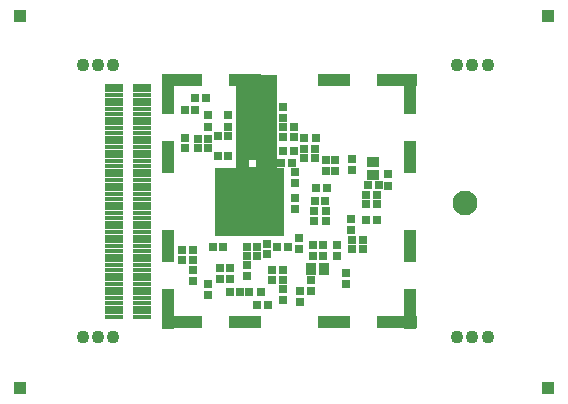
<source format=gbs>
G04 (created by PCBNEW (2013-07-07 BZR 4022)-stable) date 24/11/2015 00:30:32*
%MOIN*%
G04 Gerber Fmt 3.4, Leading zero omitted, Abs format*
%FSLAX34Y34*%
G01*
G70*
G90*
G04 APERTURE LIST*
%ADD10C,0.00590551*%
%ADD11C,0.0433071*%
%ADD12R,0.0273X0.0253*%
%ADD13R,0.0253X0.0273*%
%ADD14R,0.0392X0.0353*%
%ADD15R,0.0353X0.0392*%
%ADD16R,0.0273X0.0273*%
%ADD17R,0.043137X0.043137*%
%ADD18R,0.0433071X0.133858*%
%ADD19R,0.133858X0.0433071*%
%ADD20R,0.0433071X0.106299*%
%ADD21R,0.106299X0.0433071*%
%ADD22C,0.0826772*%
%ADD23R,0.0606299X0.0129921*%
%ADD24C,0.00393701*%
G04 APERTURE END LIST*
G54D10*
G54D11*
X62952Y-56574D03*
X63464Y-56574D03*
X62440Y-56574D03*
X63464Y-47519D03*
X62952Y-47519D03*
X62440Y-47519D03*
X74921Y-56574D03*
X75433Y-56574D03*
X75944Y-56574D03*
X75944Y-47519D03*
X75433Y-47519D03*
X74921Y-47519D03*
G54D12*
X69114Y-54972D03*
X69114Y-55342D03*
X70059Y-54657D03*
X70059Y-55027D03*
X66614Y-54815D03*
X66614Y-55185D03*
X67303Y-49555D03*
X67303Y-49185D03*
X69133Y-49279D03*
X69133Y-48909D03*
X66633Y-49555D03*
X66633Y-49185D03*
G54D13*
X69834Y-49940D03*
X70204Y-49940D03*
G54D12*
X67913Y-54165D03*
X67913Y-54535D03*
X72618Y-51153D03*
X72618Y-51523D03*
X69685Y-55401D03*
X69685Y-55031D03*
G54D13*
X70578Y-51594D03*
X70208Y-51594D03*
X68373Y-55078D03*
X68003Y-55078D03*
X66562Y-48602D03*
X66192Y-48602D03*
X71881Y-52677D03*
X72251Y-52677D03*
G54D12*
X71417Y-51011D03*
X71417Y-50641D03*
G54D13*
X69496Y-50354D03*
X69126Y-50354D03*
X71881Y-52145D03*
X72251Y-52145D03*
G54D12*
X71220Y-54440D03*
X71220Y-54810D03*
G54D13*
X70169Y-52381D03*
X70539Y-52381D03*
X71409Y-53326D03*
X71779Y-53326D03*
X70169Y-52696D03*
X70539Y-52696D03*
X72251Y-51850D03*
X71881Y-51850D03*
G54D12*
X66122Y-54342D03*
X66122Y-54712D03*
X70925Y-53885D03*
X70925Y-53515D03*
G54D13*
X71940Y-51515D03*
X72310Y-51515D03*
G54D14*
X72125Y-51159D03*
X72125Y-50729D03*
G54D15*
X70060Y-54291D03*
X70490Y-54291D03*
G54D16*
X71417Y-53641D03*
X71771Y-53641D03*
X69527Y-51948D03*
X69527Y-52302D03*
X66121Y-54015D03*
X65767Y-54015D03*
X68621Y-55492D03*
X68267Y-55492D03*
X66200Y-49015D03*
X65846Y-49015D03*
X67696Y-55078D03*
X67342Y-55078D03*
X66121Y-53681D03*
X65767Y-53681D03*
X67007Y-54271D03*
X67007Y-54625D03*
X69114Y-54665D03*
X68760Y-54665D03*
X70452Y-53504D03*
X70452Y-53858D03*
X69823Y-50295D03*
X70177Y-50295D03*
X69134Y-49586D03*
X69488Y-49586D03*
X66633Y-49960D03*
X66279Y-49960D03*
X67302Y-49862D03*
X66948Y-49862D03*
X67913Y-53858D03*
X68267Y-53858D03*
X66771Y-53582D03*
X67125Y-53582D03*
X70866Y-51023D03*
X70866Y-50669D03*
X71397Y-52991D03*
X71397Y-52637D03*
X70177Y-52047D03*
X70531Y-52047D03*
X69823Y-50610D03*
X70177Y-50610D03*
X69527Y-51082D03*
X69527Y-51436D03*
X70137Y-53504D03*
X70137Y-53858D03*
X69114Y-54350D03*
X68760Y-54350D03*
X67362Y-54271D03*
X67362Y-54625D03*
X66633Y-50275D03*
X66279Y-50275D03*
X67302Y-50551D03*
X66948Y-50551D03*
X69134Y-49901D03*
X69488Y-49901D03*
X67913Y-53562D03*
X68267Y-53562D03*
X69291Y-53562D03*
X68937Y-53562D03*
X69409Y-50787D03*
X69055Y-50787D03*
X70551Y-51023D03*
X70551Y-50669D03*
X69665Y-53267D03*
X69665Y-53621D03*
X65846Y-50275D03*
X65846Y-49921D03*
X68602Y-53818D03*
X68602Y-53464D03*
G54D17*
X60354Y-58267D03*
X60354Y-45866D03*
X77952Y-58267D03*
X77952Y-45866D03*
G54D18*
X65295Y-48464D03*
G54D19*
X65748Y-48011D03*
G54D18*
X65295Y-55629D03*
G54D19*
X65748Y-56082D03*
X72913Y-48011D03*
G54D18*
X73366Y-48464D03*
X73366Y-55629D03*
G54D19*
X72913Y-56082D03*
G54D20*
X73366Y-50570D03*
X73366Y-53523D03*
X65295Y-53523D03*
G54D21*
X70807Y-56082D03*
X67854Y-56082D03*
X70807Y-48011D03*
X67854Y-48011D03*
G54D20*
X65295Y-50570D03*
G54D22*
X75196Y-52106D03*
G54D23*
X64417Y-52283D03*
X64417Y-52598D03*
X64417Y-52440D03*
X64417Y-52755D03*
X64417Y-53385D03*
X64417Y-53228D03*
X64417Y-52913D03*
X64417Y-53070D03*
X64417Y-54645D03*
X64417Y-54488D03*
X64417Y-54173D03*
X64417Y-54330D03*
X64417Y-53700D03*
X64417Y-53543D03*
X64417Y-53858D03*
X64417Y-54015D03*
X64417Y-55275D03*
X64417Y-55118D03*
X64417Y-54803D03*
X64417Y-54960D03*
X64417Y-55590D03*
X64417Y-55433D03*
X64417Y-55748D03*
X64417Y-55905D03*
X63496Y-54173D03*
X63496Y-54015D03*
X63496Y-53700D03*
X63496Y-53858D03*
X63496Y-55433D03*
X63496Y-55275D03*
X63496Y-54960D03*
X63496Y-55118D03*
X63496Y-54488D03*
X63496Y-54330D03*
X63496Y-54645D03*
X63496Y-54803D03*
X63496Y-55905D03*
X63496Y-55590D03*
X63496Y-55748D03*
X64417Y-52125D03*
X63496Y-53228D03*
X63496Y-53070D03*
X63496Y-52755D03*
X63496Y-52913D03*
X63496Y-53543D03*
X63496Y-53385D03*
X63496Y-52283D03*
X63496Y-52125D03*
X63496Y-52440D03*
X63496Y-52598D03*
X63496Y-48818D03*
X63496Y-48661D03*
X63496Y-48346D03*
X63496Y-48503D03*
X64417Y-48818D03*
X64417Y-48661D03*
X64417Y-48346D03*
X64417Y-48503D03*
X64417Y-48188D03*
X63496Y-48188D03*
X63496Y-49448D03*
X63496Y-49291D03*
X63496Y-48976D03*
X63496Y-49133D03*
X64417Y-49448D03*
X64417Y-49291D03*
X64417Y-48976D03*
X64417Y-49133D03*
X63496Y-50708D03*
X63496Y-50551D03*
X63496Y-50236D03*
X63496Y-50393D03*
X64417Y-50708D03*
X64417Y-50551D03*
X64417Y-50236D03*
X64417Y-50393D03*
X64417Y-49763D03*
X64417Y-49606D03*
X64417Y-49921D03*
X64417Y-50078D03*
X63496Y-49763D03*
X63496Y-49606D03*
X63496Y-49921D03*
X63496Y-50078D03*
X63496Y-51338D03*
X63496Y-51181D03*
X63496Y-50866D03*
X63496Y-51023D03*
X64417Y-51338D03*
X64417Y-51181D03*
X64417Y-50866D03*
X64417Y-51023D03*
X64417Y-51653D03*
X64417Y-51496D03*
X64417Y-51811D03*
X64417Y-51968D03*
X63496Y-51653D03*
X63496Y-51496D03*
X63496Y-51811D03*
X63496Y-51968D03*
G54D10*
G36*
X69114Y-53169D02*
X68228Y-53169D01*
X68228Y-50905D01*
X68228Y-50629D01*
X67952Y-50629D01*
X67952Y-50905D01*
X68228Y-50905D01*
X68228Y-53169D01*
X68208Y-53169D01*
X66870Y-53169D01*
X66870Y-50925D01*
X67539Y-50925D01*
X67539Y-47834D01*
X68877Y-47834D01*
X68877Y-50925D01*
X69114Y-50925D01*
X69114Y-53169D01*
X69114Y-53169D01*
G37*
G54D24*
X69114Y-53169D02*
X68228Y-53169D01*
X68228Y-50905D01*
X68228Y-50629D01*
X67952Y-50629D01*
X67952Y-50905D01*
X68228Y-50905D01*
X68228Y-53169D01*
X68208Y-53169D01*
X66870Y-53169D01*
X66870Y-50925D01*
X67539Y-50925D01*
X67539Y-47834D01*
X68877Y-47834D01*
X68877Y-50925D01*
X69114Y-50925D01*
X69114Y-53169D01*
M02*

</source>
